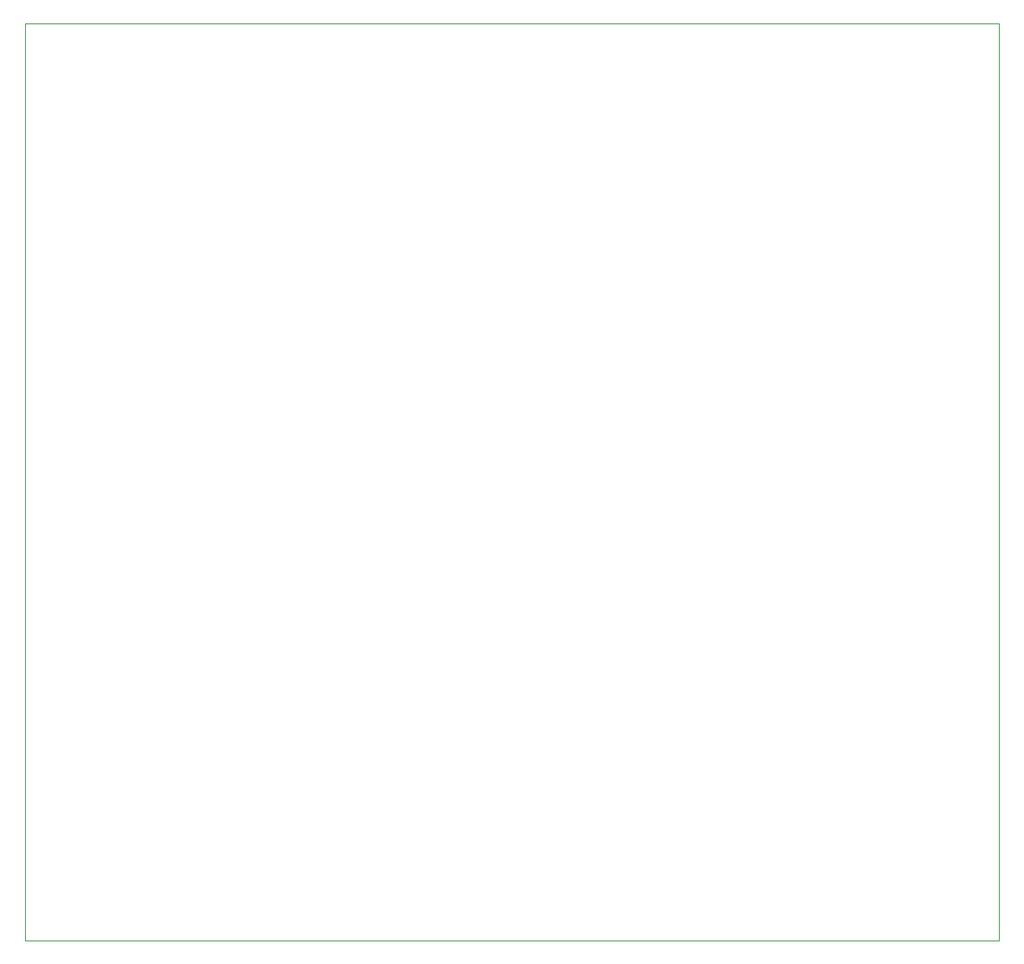
<source format=gm1>
G04 #@! TF.GenerationSoftware,KiCad,Pcbnew,(5.1.9)-1*
G04 #@! TF.CreationDate,2022-01-17T22:51:17-05:00*
G04 #@! TF.ProjectId,output-led,6f757470-7574-42d6-9c65-642e6b696361,1.1*
G04 #@! TF.SameCoordinates,Original*
G04 #@! TF.FileFunction,Profile,NP*
%FSLAX46Y46*%
G04 Gerber Fmt 4.6, Leading zero omitted, Abs format (unit mm)*
G04 Created by KiCad (PCBNEW (5.1.9)-1) date 2022-01-17 22:51:17*
%MOMM*%
%LPD*%
G01*
G04 APERTURE LIST*
G04 #@! TA.AperFunction,Profile*
%ADD10C,0.100000*%
G04 #@! TD*
G04 APERTURE END LIST*
D10*
X85000000Y-139000000D02*
X85000000Y-43000000D01*
X187000000Y-139000000D02*
X85000000Y-139000000D01*
X187000000Y-43000000D02*
X187000000Y-139000000D01*
X85000000Y-43000000D02*
X187000000Y-43000000D01*
M02*

</source>
